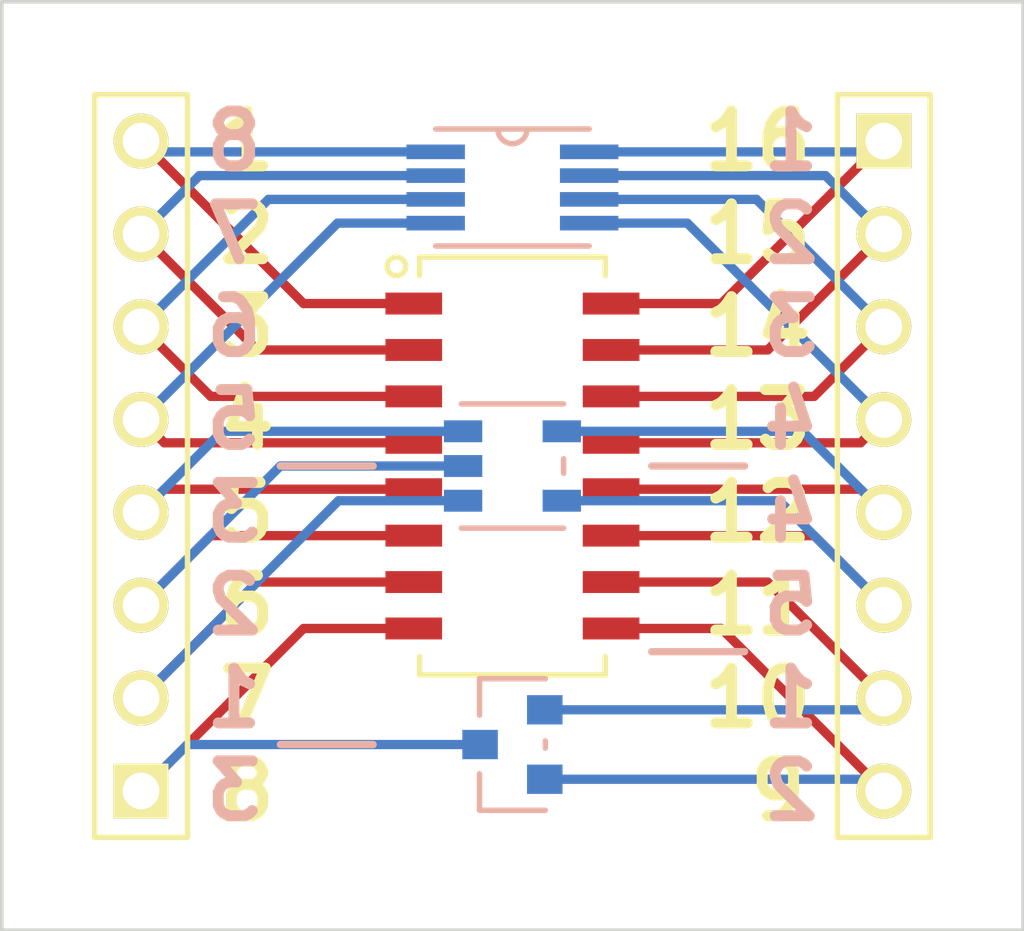
<source format=kicad_pcb>
(kicad_pcb (version 3) (host pcbnew "(22-Jun-2014 BZR 4027)-stable")

  (general
    (links 32)
    (no_connects 0)
    (area 182.051 105.875445 209.109 132.884555)
    (thickness 1.6)
    (drawings 40)
    (tracks 64)
    (zones 0)
    (modules 6)
    (nets 17)
  )

  (page A3)
  (layers
    (15 F.Cu signal)
    (0 B.Cu signal)
    (16 B.Adhes user)
    (17 F.Adhes user)
    (18 B.Paste user)
    (19 F.Paste user)
    (20 B.SilkS user)
    (21 F.SilkS user)
    (22 B.Mask user)
    (23 F.Mask user)
    (24 Dwgs.User user)
    (25 Cmts.User user)
    (26 Eco1.User user)
    (27 Eco2.User user)
    (28 Edge.Cuts user)
  )

  (setup
    (last_trace_width 0.254)
    (trace_clearance 0.254)
    (zone_clearance 0.508)
    (zone_45_only no)
    (trace_min 0.254)
    (segment_width 0.2)
    (edge_width 0.1)
    (via_size 0.889)
    (via_drill 0.635)
    (via_min_size 0.889)
    (via_min_drill 0.508)
    (uvia_size 0.508)
    (uvia_drill 0.127)
    (uvias_allowed no)
    (uvia_min_size 0.508)
    (uvia_min_drill 0.127)
    (pcb_text_width 0.3)
    (pcb_text_size 1.5 1.5)
    (mod_edge_width 0.15)
    (mod_text_size 1 1)
    (mod_text_width 0.15)
    (pad_size 1.5 1.5)
    (pad_drill 0.6)
    (pad_to_mask_clearance 0)
    (aux_axis_origin 0 0)
    (visible_elements FFFFFFBF)
    (pcbplotparams
      (layerselection 3178497)
      (usegerberextensions true)
      (excludeedgelayer true)
      (linewidth 0.150000)
      (plotframeref false)
      (viasonmask false)
      (mode 1)
      (useauxorigin false)
      (hpglpennumber 1)
      (hpglpenspeed 20)
      (hpglpendiameter 15)
      (hpglpenoverlay 2)
      (psnegative false)
      (psa4output false)
      (plotreference true)
      (plotvalue true)
      (plotothertext true)
      (plotinvisibletext false)
      (padsonsilk false)
      (subtractmaskfromsilk false)
      (outputformat 1)
      (mirror false)
      (drillshape 1)
      (scaleselection 1)
      (outputdirectory ""))
  )

  (net 0 "")
  (net 1 N-000001)
  (net 2 N-0000010)
  (net 3 N-0000011)
  (net 4 N-0000012)
  (net 5 N-0000013)
  (net 6 N-0000014)
  (net 7 N-0000015)
  (net 8 N-0000016)
  (net 9 N-000002)
  (net 10 N-000003)
  (net 11 N-000004)
  (net 12 N-000005)
  (net 13 N-000006)
  (net 14 N-000007)
  (net 15 N-000008)
  (net 16 N-000009)

  (net_class Default "This is the default net class."
    (clearance 0.254)
    (trace_width 0.254)
    (via_dia 0.889)
    (via_drill 0.635)
    (uvia_dia 0.508)
    (uvia_drill 0.127)
    (add_net "")
    (add_net N-000001)
    (add_net N-0000010)
    (add_net N-0000011)
    (add_net N-0000012)
    (add_net N-0000013)
    (add_net N-0000014)
    (add_net N-0000015)
    (add_net N-0000016)
    (add_net N-000002)
    (add_net N-000003)
    (add_net N-000004)
    (add_net N-000005)
    (add_net N-000006)
    (add_net N-000007)
    (add_net N-000008)
    (add_net N-000009)
  )

  (module SOT-23-5 (layer B.Cu) (tedit 56E6A34D) (tstamp 56E69F9A)
    (at 195.58 119.38 90)
    (path /56E56537)
    (solder_mask_margin 0.07)
    (fp_text reference C3 (at 0 -3.175 90) (layer B.SilkS) hide
      (effects (font (size 1 1) (thickness 0.15)) (justify mirror))
    )
    (fp_text value BLANK_5PIN (at 0.635 3.175 90) (layer B.SilkS) hide
      (effects (font (size 1 1) (thickness 0.15)) (justify mirror))
    )
    (fp_line (start 1.7 -1.4) (end 1.7 1.4) (layer B.SilkS) (width 0.15))
    (fp_line (start -1.7 -1.4) (end -1.7 1.4) (layer B.SilkS) (width 0.15))
    (fp_line (start -0.2 1.4) (end 0.2 1.4) (layer B.SilkS) (width 0.15))
    (pad 1 smd rect (at -0.95 -1.35 90) (size 0.6 1.05)
      (layers B.Cu B.Paste B.Mask)
      (net 13 N-000006)
    )
    (pad 2 smd rect (at 0 -1.35 90) (size 0.6 1.05)
      (layers B.Cu B.Paste B.Mask)
      (net 12 N-000005)
    )
    (pad 3 smd rect (at 0.95 -1.35 90) (size 0.6 1.05)
      (layers B.Cu B.Paste B.Mask)
      (net 11 N-000004)
    )
    (pad 4 smd rect (at 0.95 1.35 90) (size 0.6 1.05)
      (layers B.Cu B.Paste B.Mask)
      (net 14 N-000007)
    )
    (pad 5 smd rect (at -0.95 1.35 90) (size 0.6 1.05)
      (layers B.Cu B.Paste B.Mask)
      (net 6 N-0000014)
    )
  )

  (module SOT-23 (layer B.Cu) (tedit 56E6A28F) (tstamp 56E69FA6)
    (at 195.58 127 270)
    (path /56E56871)
    (solder_mask_margin 0.07)
    (fp_text reference C4 (at 0 -2.7 270) (layer B.SilkS) hide
      (effects (font (size 1 1) (thickness 0.15)) (justify mirror))
    )
    (fp_text value BLANK_3PIN (at 0 2.5 270) (layer B.SilkS) hide
      (effects (font (size 1 1) (thickness 0.15)) (justify mirror))
    )
    (fp_line (start -0.1 -0.9) (end 0.1 -0.9) (layer B.SilkS) (width 0.15))
    (fp_line (start 1.8 -0.9) (end 1.8 0.9) (layer B.SilkS) (width 0.15))
    (fp_line (start 1.8 0.9) (end 0.8 0.9) (layer B.SilkS) (width 0.15))
    (fp_line (start -1.8 -0.9) (end -1.8 0.9) (layer B.SilkS) (width 0.15))
    (fp_line (start -1.8 0.9) (end -0.8 0.9) (layer B.SilkS) (width 0.15))
    (pad 1 smd rect (at -0.95 -0.885 270) (size 0.802 0.972)
      (layers B.Cu B.Paste B.Mask)
      (net 7 N-0000015)
    )
    (pad 2 smd rect (at 0.95 -0.885 270) (size 0.802 0.972)
      (layers B.Cu B.Paste B.Mask)
      (net 8 N-0000016)
    )
    (pad 3 smd rect (at 0 0.885 270) (size 0.802 0.972)
      (layers B.Cu B.Paste B.Mask)
      (net 9 N-000002)
    )
  )

  (module SOIC-16 (layer F.Cu) (tedit 56E6A29C) (tstamp 56E69FC1)
    (at 195.58 119.38 270)
    (path /56E56429)
    (fp_text reference C2 (at 6.9 0 360) (layer F.SilkS) hide
      (effects (font (size 1 1) (thickness 0.15)))
    )
    (fp_text value BLANK_16PIN (at 0 -4.6 270) (layer F.SilkS) hide
      (effects (font (size 1 1) (thickness 0.15)))
    )
    (fp_circle (center -5.461 3.175) (end -5.207 3.175) (layer F.SilkS) (width 0.15))
    (fp_line (start 5.715 2.54) (end 5.207 2.54) (layer F.SilkS) (width 0.15))
    (fp_line (start 5.715 -2.54) (end 5.207 -2.54) (layer F.SilkS) (width 0.15))
    (fp_line (start -5.715 2.54) (end -5.207 2.54) (layer F.SilkS) (width 0.15))
    (fp_line (start -5.715 -2.54) (end -5.207 -2.54) (layer F.SilkS) (width 0.15))
    (fp_line (start 5.715 -2.54) (end 5.715 2.54) (layer F.SilkS) (width 0.15))
    (fp_line (start -5.715 -2.54) (end -5.715 2.54) (layer F.SilkS) (width 0.15))
    (pad 1 smd rect (at -4.445 2.7 270) (size 0.6 1.55)
      (layers F.Cu F.Paste F.Mask)
      (net 1 N-000001)
    )
    (pad 2 smd rect (at -3.175 2.7 270) (size 0.6 1.55)
      (layers F.Cu F.Paste F.Mask)
      (net 2 N-0000010)
    )
    (pad 3 smd rect (at -1.905 2.7 270) (size 0.6 1.55)
      (layers F.Cu F.Paste F.Mask)
      (net 16 N-000009)
    )
    (pad 4 smd rect (at -0.635 2.7 270) (size 0.6 1.55)
      (layers F.Cu F.Paste F.Mask)
      (net 15 N-000008)
    )
    (pad 5 smd rect (at 0.635 2.7 270) (size 0.6 1.55)
      (layers F.Cu F.Paste F.Mask)
      (net 11 N-000004)
    )
    (pad 6 smd rect (at 1.905 2.7 270) (size 0.6 1.55)
      (layers F.Cu F.Paste F.Mask)
      (net 12 N-000005)
    )
    (pad 7 smd rect (at 3.175 2.7 270) (size 0.6 1.55)
      (layers F.Cu F.Paste F.Mask)
      (net 13 N-000006)
    )
    (pad 8 smd rect (at 4.445 2.7 270) (size 0.6 1.55)
      (layers F.Cu F.Paste F.Mask)
      (net 9 N-000002)
    )
    (pad 9 smd rect (at 4.445 -2.7 270) (size 0.6 1.55)
      (layers F.Cu F.Paste F.Mask)
      (net 8 N-0000016)
    )
    (pad 10 smd rect (at 3.175 -2.7 270) (size 0.6 1.55)
      (layers F.Cu F.Paste F.Mask)
      (net 7 N-0000015)
    )
    (pad 11 smd rect (at 1.905 -2.7 270) (size 0.6 1.55)
      (layers F.Cu F.Paste F.Mask)
      (net 6 N-0000014)
    )
    (pad 12 smd rect (at 0.635 -2.7 270) (size 0.6 1.55)
      (layers F.Cu F.Paste F.Mask)
      (net 14 N-000007)
    )
    (pad 13 smd rect (at -0.635 -2.7 270) (size 0.6 1.55)
      (layers F.Cu F.Paste F.Mask)
      (net 3 N-0000011)
    )
    (pad 14 smd rect (at -1.905 -2.7 270) (size 0.6 1.55)
      (layers F.Cu F.Paste F.Mask)
      (net 4 N-0000012)
    )
    (pad 15 smd rect (at -3.175 -2.7 270) (size 0.6 1.55)
      (layers F.Cu F.Paste F.Mask)
      (net 5 N-0000013)
    )
    (pad 16 smd rect (at -4.445 -2.7 270) (size 0.6 1.55)
      (layers F.Cu F.Paste F.Mask)
      (net 10 N-000003)
    )
  )

  (module MSOP-8 (layer B.Cu) (tedit 56E6A281) (tstamp 56E69FD1)
    (at 195.58 111.76 270)
    (path /56E56442)
    (solder_mask_margin 0.07)
    (clearance 0.2)
    (fp_text reference C1 (at 0 -4.445 270) (layer B.SilkS) hide
      (effects (font (size 1 1) (thickness 0.15)) (justify mirror))
    )
    (fp_text value BLANK_8PIN (at 0 4.445 270) (layer B.SilkS) hide
      (effects (font (size 1 1) (thickness 0.15)) (justify mirror))
    )
    (fp_arc (start -1.6 0) (end -1.6 0.4) (angle -90) (layer B.SilkS) (width 0.15))
    (fp_arc (start -1.6 0) (end -1.2 0) (angle -90) (layer B.SilkS) (width 0.15))
    (fp_line (start -1.6 2.1) (end -1.6 -2.1) (layer B.SilkS) (width 0.15))
    (fp_line (start 1.6 2.1) (end 1.6 -2.1) (layer B.SilkS) (width 0.15))
    (pad 1 smd rect (at -0.975 -2.1 270) (size 0.4 1.6)
      (layers B.Cu B.Paste B.Mask)
      (net 10 N-000003)
    )
    (pad 2 smd rect (at -0.325 -2.1 270) (size 0.4 1.6)
      (layers B.Cu B.Paste B.Mask)
      (net 5 N-0000013)
    )
    (pad 3 smd rect (at 0.325 -2.1 270) (size 0.4 1.6)
      (layers B.Cu B.Paste B.Mask)
      (net 4 N-0000012)
    )
    (pad 4 smd rect (at 0.975 -2.1 270) (size 0.4 1.6)
      (layers B.Cu B.Paste B.Mask)
      (net 3 N-0000011)
    )
    (pad 5 smd rect (at 0.975 2.1 270) (size 0.4 1.6)
      (layers B.Cu B.Paste B.Mask)
      (net 15 N-000008)
    )
    (pad 6 smd rect (at 0.325 2.1 270) (size 0.4 1.6)
      (layers B.Cu B.Paste B.Mask)
      (net 16 N-000009)
    )
    (pad 7 smd rect (at -0.325 2.1 270) (size 0.4 1.6)
      (layers B.Cu B.Paste B.Mask)
      (net 2 N-0000010)
    )
    (pad 8 smd rect (at -0.975 2.1 270) (size 0.4 1.6)
      (layers B.Cu B.Paste B.Mask)
      (net 1 N-000001)
    )
  )

  (module Header_8x1 (layer F.Cu) (tedit 56E6A285) (tstamp 56E69FE1)
    (at 185.42 119.38 90)
    (path /56E559C7)
    (fp_text reference P1 (at -5.08 2.54 90) (layer F.SilkS) hide
      (effects (font (size 1 1) (thickness 0.15)))
    )
    (fp_text value HEADER_8X1 (at -7.62 -2.54 90) (layer F.SilkS) hide
      (effects (font (size 1 1) (thickness 0.15)))
    )
    (fp_line (start -10.16 -1.27) (end 10.16 -1.27) (layer F.SilkS) (width 0.15))
    (fp_line (start 10.16 -1.27) (end 10.16 1.27) (layer F.SilkS) (width 0.15))
    (fp_line (start 10.16 1.27) (end -10.16 1.27) (layer F.SilkS) (width 0.15))
    (fp_line (start -10.16 1.27) (end -10.16 -1.27) (layer F.SilkS) (width 0.15))
    (pad 1 thru_hole rect (at -8.89 0 90) (size 1.5 1.5) (drill 1)
      (layers *.Cu *.Mask F.SilkS)
      (net 9 N-000002)
    )
    (pad 2 thru_hole circle (at -6.35 0 90) (size 1.5 1.5) (drill 1)
      (layers *.Cu *.Mask F.SilkS)
      (net 13 N-000006)
    )
    (pad 3 thru_hole circle (at -3.81 0 90) (size 1.5 1.5) (drill 1)
      (layers *.Cu *.Mask F.SilkS)
      (net 12 N-000005)
    )
    (pad 4 thru_hole circle (at -1.27 0 90) (size 1.5 1.5) (drill 1)
      (layers *.Cu *.Mask F.SilkS)
      (net 11 N-000004)
    )
    (pad 5 thru_hole circle (at 1.27 0 90) (size 1.5 1.5) (drill 1)
      (layers *.Cu *.Mask F.SilkS)
      (net 15 N-000008)
    )
    (pad 6 thru_hole circle (at 3.81 0 90) (size 1.5 1.5) (drill 1)
      (layers *.Cu *.Mask F.SilkS)
      (net 16 N-000009)
    )
    (pad 7 thru_hole circle (at 6.35 0 90) (size 1.5 1.5) (drill 1)
      (layers *.Cu *.Mask F.SilkS)
      (net 2 N-0000010)
    )
    (pad 8 thru_hole circle (at 8.89 0 90) (size 1.5 1.5) (drill 1)
      (layers *.Cu *.Mask F.SilkS)
      (net 1 N-000001)
    )
  )

  (module Header_8x1 (layer F.Cu) (tedit 56E6A27D) (tstamp 56E69FF1)
    (at 205.74 119.38 270)
    (path /56E559E0)
    (fp_text reference P2 (at -5.08 2.54 270) (layer F.SilkS) hide
      (effects (font (size 1 1) (thickness 0.15)))
    )
    (fp_text value HEADER_8X1 (at -7.62 -2.54 270) (layer F.SilkS) hide
      (effects (font (size 1 1) (thickness 0.15)))
    )
    (fp_line (start -10.16 -1.27) (end 10.16 -1.27) (layer F.SilkS) (width 0.15))
    (fp_line (start 10.16 -1.27) (end 10.16 1.27) (layer F.SilkS) (width 0.15))
    (fp_line (start 10.16 1.27) (end -10.16 1.27) (layer F.SilkS) (width 0.15))
    (fp_line (start -10.16 1.27) (end -10.16 -1.27) (layer F.SilkS) (width 0.15))
    (pad 1 thru_hole rect (at -8.89 0 270) (size 1.5 1.5) (drill 1)
      (layers *.Cu *.Mask F.SilkS)
      (net 10 N-000003)
    )
    (pad 2 thru_hole circle (at -6.35 0 270) (size 1.5 1.5) (drill 1)
      (layers *.Cu *.Mask F.SilkS)
      (net 5 N-0000013)
    )
    (pad 3 thru_hole circle (at -3.81 0 270) (size 1.5 1.5) (drill 1)
      (layers *.Cu *.Mask F.SilkS)
      (net 4 N-0000012)
    )
    (pad 4 thru_hole circle (at -1.27 0 270) (size 1.5 1.5) (drill 1)
      (layers *.Cu *.Mask F.SilkS)
      (net 3 N-0000011)
    )
    (pad 5 thru_hole circle (at 1.27 0 270) (size 1.5 1.5) (drill 1)
      (layers *.Cu *.Mask F.SilkS)
      (net 14 N-000007)
    )
    (pad 6 thru_hole circle (at 3.81 0 270) (size 1.5 1.5) (drill 1)
      (layers *.Cu *.Mask F.SilkS)
      (net 6 N-0000014)
    )
    (pad 7 thru_hole circle (at 6.35 0 270) (size 1.5 1.5) (drill 1)
      (layers *.Cu *.Mask F.SilkS)
      (net 7 N-0000015)
    )
    (pad 8 thru_hole circle (at 8.89 0 270) (size 1.5 1.5) (drill 1)
      (layers *.Cu *.Mask F.SilkS)
      (net 8 N-0000016)
    )
  )

  (gr_line (start 181.61 132.08) (end 209.55 132.08) (angle 90) (layer Edge.Cuts) (width 0.1))
  (gr_line (start 181.61 106.68) (end 181.61 132.08) (angle 90) (layer Edge.Cuts) (width 0.1))
  (gr_line (start 209.55 106.68) (end 181.61 106.68) (angle 90) (layer Edge.Cuts) (width 0.1))
  (gr_line (start 209.55 132.08) (end 209.55 106.68) (angle 90) (layer Edge.Cuts) (width 0.1))
  (gr_line (start 189.23 119.38) (end 191.77 119.38) (angle 90) (layer B.SilkS) (width 0.2))
  (gr_line (start 189.23 127) (end 191.77 127) (angle 90) (layer B.SilkS) (width 0.2))
  (gr_line (start 201.93 124.46) (end 199.39 124.46) (angle 90) (layer B.SilkS) (width 0.2))
  (gr_line (start 201.93 119.38) (end 199.39 119.38) (angle 90) (layer B.SilkS) (width 0.2))
  (gr_text 2 (at 203.2 128.27) (layer B.SilkS)
    (effects (font (size 1.5 1.5) (thickness 0.3)) (justify mirror))
  )
  (gr_text 1 (at 203.2 125.73) (layer B.SilkS)
    (effects (font (size 1.5 1.5) (thickness 0.3)) (justify mirror))
  )
  (gr_text 3 (at 187.96 128.27) (layer B.SilkS)
    (effects (font (size 1.5 1.5) (thickness 0.3)) (justify mirror))
  )
  (gr_text 5 (at 203.2 123.19) (layer B.SilkS)
    (effects (font (size 1.5 1.5) (thickness 0.3)) (justify mirror))
  )
  (gr_text 4 (at 203.2 120.65) (layer B.SilkS)
    (effects (font (size 1.5 1.5) (thickness 0.3)) (justify mirror))
  )
  (gr_text 3 (at 187.96 120.65) (layer B.SilkS)
    (effects (font (size 1.5 1.5) (thickness 0.3)) (justify mirror))
  )
  (gr_text 2 (at 187.96 123.19) (layer B.SilkS)
    (effects (font (size 1.5 1.5) (thickness 0.3)) (justify mirror))
  )
  (gr_text 1 (at 187.96 125.73) (layer B.SilkS)
    (effects (font (size 1.5 1.5) (thickness 0.3)) (justify mirror))
  )
  (gr_text 8 (at 187.96 110.49) (layer B.SilkS)
    (effects (font (size 1.5 1.5) (thickness 0.3)) (justify mirror))
  )
  (gr_text 7 (at 187.96 113.03) (layer B.SilkS)
    (effects (font (size 1.5 1.5) (thickness 0.3)) (justify mirror))
  )
  (gr_text 6 (at 187.96 115.57) (layer B.SilkS)
    (effects (font (size 1.5 1.5) (thickness 0.3)) (justify mirror))
  )
  (gr_text 5 (at 187.96 118.11) (layer B.SilkS)
    (effects (font (size 1.5 1.5) (thickness 0.3)) (justify mirror))
  )
  (gr_text 4 (at 203.2 118.11) (layer B.SilkS)
    (effects (font (size 1.5 1.5) (thickness 0.3)) (justify mirror))
  )
  (gr_text 3 (at 203.2 115.57) (layer B.SilkS)
    (effects (font (size 1.5 1.5) (thickness 0.3)) (justify mirror))
  )
  (gr_text 2 (at 203.2 113.03) (layer B.SilkS)
    (effects (font (size 1.5 1.5) (thickness 0.3)) (justify mirror))
  )
  (gr_text 1 (at 203.2 110.49) (layer B.SilkS)
    (effects (font (size 1.5 1.5) (thickness 0.3)) (justify mirror))
  )
  (gr_text 16 (at 200.66 110.49) (layer F.SilkS)
    (effects (font (size 1.5 1.5) (thickness 0.3)) (justify left))
  )
  (gr_text 15 (at 200.66 113.03) (layer F.SilkS)
    (effects (font (size 1.5 1.5) (thickness 0.3)) (justify left))
  )
  (gr_text 14 (at 200.66 115.57) (layer F.SilkS)
    (effects (font (size 1.5 1.5) (thickness 0.3)) (justify left))
  )
  (gr_text 13 (at 200.66 118.11) (layer F.SilkS)
    (effects (font (size 1.5 1.5) (thickness 0.3)) (justify left))
  )
  (gr_text 12 (at 200.66 120.65) (layer F.SilkS)
    (effects (font (size 1.5 1.5) (thickness 0.3)) (justify left))
  )
  (gr_text 11 (at 200.66 123.19) (layer F.SilkS)
    (effects (font (size 1.5 1.5) (thickness 0.3)) (justify left))
  )
  (gr_text "10\n" (at 200.66 125.73) (layer F.SilkS)
    (effects (font (size 1.5 1.5) (thickness 0.3)) (justify left))
  )
  (gr_text 9 (at 201.93 128.27) (layer F.SilkS)
    (effects (font (size 1.5 1.5) (thickness 0.3)) (justify left))
  )
  (gr_text 8 (at 189.23 128.27) (layer F.SilkS)
    (effects (font (size 1.5 1.5) (thickness 0.3)) (justify right))
  )
  (gr_text 7 (at 189.23 125.73) (layer F.SilkS)
    (effects (font (size 1.5 1.5) (thickness 0.3)) (justify right))
  )
  (gr_text 6 (at 189.23 123.19) (layer F.SilkS)
    (effects (font (size 1.5 1.5) (thickness 0.3)) (justify right))
  )
  (gr_text 5 (at 189.23 120.65) (layer F.SilkS)
    (effects (font (size 1.5 1.5) (thickness 0.3)) (justify right))
  )
  (gr_text 4 (at 189.23 118.11) (layer F.SilkS)
    (effects (font (size 1.5 1.5) (thickness 0.3)) (justify right))
  )
  (gr_text 3 (at 189.23 115.57) (layer F.SilkS)
    (effects (font (size 1.5 1.5) (thickness 0.3)) (justify right))
  )
  (gr_text "2\n" (at 189.23 113.03) (layer F.SilkS)
    (effects (font (size 1.5 1.5) (thickness 0.3)) (justify right))
  )
  (gr_text 1 (at 189.23 110.49) (layer F.SilkS)
    (effects (font (size 1.5 1.5) (thickness 0.3)) (justify right))
  )

  (segment (start 185.42 110.49) (end 189.865 114.935) (width 0.254) (layer F.Cu) (net 1))
  (segment (start 189.865 114.935) (end 192.88 114.935) (width 0.254) (layer F.Cu) (net 1) (tstamp 56E6A386))
  (segment (start 193.48 110.785) (end 185.715 110.785) (width 0.254) (layer B.Cu) (net 1))
  (segment (start 185.715 110.785) (end 185.42 110.49) (width 0.254) (layer B.Cu) (net 1) (tstamp 56E6A34F))
  (segment (start 185.42 113.03) (end 188.595 116.205) (width 0.254) (layer F.Cu) (net 2))
  (segment (start 188.595 116.205) (end 192.88 116.205) (width 0.254) (layer F.Cu) (net 2) (tstamp 56E6A389))
  (segment (start 193.48 111.435) (end 187.015 111.435) (width 0.254) (layer B.Cu) (net 2))
  (segment (start 187.015 111.435) (end 185.42 113.03) (width 0.254) (layer B.Cu) (net 2) (tstamp 56E6A351))
  (segment (start 198.28 118.745) (end 205.105 118.745) (width 0.254) (layer F.Cu) (net 3))
  (segment (start 205.105 118.745) (end 205.74 118.11) (width 0.254) (layer F.Cu) (net 3) (tstamp 56E6A374))
  (segment (start 197.68 112.735) (end 200.365 112.735) (width 0.254) (layer B.Cu) (net 3))
  (segment (start 200.365 112.735) (end 205.74 118.11) (width 0.254) (layer B.Cu) (net 3) (tstamp 56E6A34C))
  (segment (start 198.28 117.475) (end 203.835 117.475) (width 0.254) (layer F.Cu) (net 4))
  (segment (start 203.835 117.475) (end 205.74 115.57) (width 0.254) (layer F.Cu) (net 4) (tstamp 56E6A372))
  (segment (start 197.68 112.085) (end 202.255 112.085) (width 0.254) (layer B.Cu) (net 4))
  (segment (start 202.255 112.085) (end 205.74 115.57) (width 0.254) (layer B.Cu) (net 4) (tstamp 56E6A349))
  (segment (start 198.28 116.205) (end 202.565 116.205) (width 0.254) (layer F.Cu) (net 5))
  (segment (start 202.565 116.205) (end 205.74 113.03) (width 0.254) (layer F.Cu) (net 5) (tstamp 56E6A36F))
  (segment (start 197.68 111.435) (end 204.145 111.435) (width 0.254) (layer B.Cu) (net 5))
  (segment (start 204.145 111.435) (end 205.74 113.03) (width 0.254) (layer B.Cu) (net 5) (tstamp 56E6A347))
  (segment (start 198.28 121.285) (end 203.835 121.285) (width 0.254) (layer F.Cu) (net 6))
  (segment (start 203.835 121.285) (end 205.74 123.19) (width 0.254) (layer F.Cu) (net 6) (tstamp 56E6A378))
  (segment (start 196.93 120.33) (end 202.88 120.33) (width 0.254) (layer B.Cu) (net 6))
  (segment (start 202.88 120.33) (end 205.74 123.19) (width 0.254) (layer B.Cu) (net 6) (tstamp 56E6A35B))
  (segment (start 198.28 122.555) (end 202.565 122.555) (width 0.254) (layer F.Cu) (net 7))
  (segment (start 202.565 122.555) (end 205.74 125.73) (width 0.254) (layer F.Cu) (net 7) (tstamp 56E6A37A))
  (segment (start 196.465 126.05) (end 205.42 126.05) (width 0.254) (layer B.Cu) (net 7))
  (segment (start 205.42 126.05) (end 205.74 125.73) (width 0.254) (layer B.Cu) (net 7) (tstamp 56E6A35E))
  (segment (start 205.74 128.27) (end 201.295 123.825) (width 0.254) (layer F.Cu) (net 8))
  (segment (start 201.295 123.825) (end 198.28 123.825) (width 0.254) (layer F.Cu) (net 8) (tstamp 56E6A38E))
  (segment (start 196.465 127.95) (end 205.42 127.95) (width 0.254) (layer B.Cu) (net 8))
  (segment (start 205.42 127.95) (end 205.74 128.27) (width 0.254) (layer B.Cu) (net 8) (tstamp 56E6A360))
  (segment (start 185.42 128.27) (end 189.865 123.825) (width 0.254) (layer F.Cu) (net 9))
  (segment (start 189.865 123.825) (end 192.88 123.825) (width 0.254) (layer F.Cu) (net 9) (tstamp 56E6A391))
  (segment (start 194.695 127) (end 186.69 127) (width 0.254) (layer B.Cu) (net 9))
  (segment (start 186.69 127) (end 185.42 128.27) (width 0.254) (layer B.Cu) (net 9) (tstamp 56E6A362))
  (segment (start 198.28 114.935) (end 201.295 114.935) (width 0.254) (layer F.Cu) (net 10))
  (segment (start 201.295 114.935) (end 205.74 110.49) (width 0.254) (layer F.Cu) (net 10) (tstamp 56E6A36C))
  (segment (start 197.68 110.785) (end 205.445 110.785) (width 0.254) (layer B.Cu) (net 10))
  (segment (start 205.445 110.785) (end 205.74 110.49) (width 0.254) (layer B.Cu) (net 10) (tstamp 56E6A345))
  (segment (start 185.42 120.65) (end 186.055 120.015) (width 0.254) (layer F.Cu) (net 11))
  (segment (start 186.055 120.015) (end 192.88 120.015) (width 0.254) (layer F.Cu) (net 11) (tstamp 56E6A399))
  (segment (start 194.23 118.43) (end 187.64 118.43) (width 0.254) (layer B.Cu) (net 11))
  (segment (start 187.64 118.43) (end 185.42 120.65) (width 0.254) (layer B.Cu) (net 11) (tstamp 56E6A36A))
  (segment (start 185.42 123.19) (end 187.325 121.285) (width 0.254) (layer F.Cu) (net 12))
  (segment (start 187.325 121.285) (end 192.88 121.285) (width 0.254) (layer F.Cu) (net 12) (tstamp 56E6A397))
  (segment (start 194.23 119.38) (end 189.23 119.38) (width 0.254) (layer B.Cu) (net 12))
  (segment (start 189.23 119.38) (end 185.42 123.19) (width 0.254) (layer B.Cu) (net 12) (tstamp 56E6A367))
  (segment (start 185.42 125.73) (end 188.595 122.555) (width 0.254) (layer F.Cu) (net 13))
  (segment (start 188.595 122.555) (end 192.88 122.555) (width 0.254) (layer F.Cu) (net 13) (tstamp 56E6A394))
  (segment (start 194.23 120.33) (end 190.82 120.33) (width 0.254) (layer B.Cu) (net 13))
  (segment (start 190.82 120.33) (end 185.42 125.73) (width 0.254) (layer B.Cu) (net 13) (tstamp 56E6A364))
  (segment (start 198.28 120.015) (end 205.105 120.015) (width 0.254) (layer F.Cu) (net 14))
  (segment (start 205.105 120.015) (end 205.74 120.65) (width 0.254) (layer F.Cu) (net 14) (tstamp 56E6A376))
  (segment (start 196.93 118.43) (end 203.52 118.43) (width 0.254) (layer B.Cu) (net 14))
  (segment (start 203.52 118.43) (end 205.74 120.65) (width 0.254) (layer B.Cu) (net 14) (tstamp 56E6A359))
  (segment (start 185.42 118.11) (end 186.055 118.745) (width 0.254) (layer F.Cu) (net 15))
  (segment (start 186.055 118.745) (end 192.88 118.745) (width 0.254) (layer F.Cu) (net 15) (tstamp 56E6A39B))
  (segment (start 193.48 112.735) (end 190.795 112.735) (width 0.254) (layer B.Cu) (net 15))
  (segment (start 190.795 112.735) (end 185.42 118.11) (width 0.254) (layer B.Cu) (net 15) (tstamp 56E6A356))
  (segment (start 185.42 115.57) (end 187.325 117.475) (width 0.254) (layer F.Cu) (net 16))
  (segment (start 187.325 117.475) (end 192.88 117.475) (width 0.254) (layer F.Cu) (net 16) (tstamp 56E6A38C))
  (segment (start 193.48 112.085) (end 188.905 112.085) (width 0.254) (layer B.Cu) (net 16))
  (segment (start 188.905 112.085) (end 185.42 115.57) (width 0.254) (layer B.Cu) (net 16) (tstamp 56E6A353))

)

</source>
